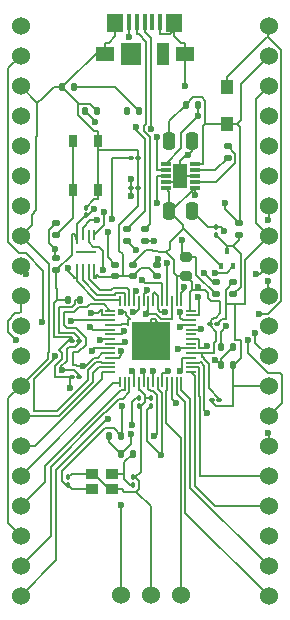
<source format=gbr>
%TF.GenerationSoftware,KiCad,Pcbnew,8.0.7*%
%TF.CreationDate,2025-02-02T23:02:36+05:30*%
%TF.ProjectId,my-template,6d792d74-656d-4706-9c61-74652e6b6963,rev?*%
%TF.SameCoordinates,Original*%
%TF.FileFunction,Copper,L1,Top*%
%TF.FilePolarity,Positive*%
%FSLAX46Y46*%
G04 Gerber Fmt 4.6, Leading zero omitted, Abs format (unit mm)*
G04 Created by KiCad (PCBNEW 8.0.7) date 2025-02-02 23:02:36*
%MOMM*%
%LPD*%
G01*
G04 APERTURE LIST*
G04 Aperture macros list*
%AMRoundRect*
0 Rectangle with rounded corners*
0 $1 Rounding radius*
0 $2 $3 $4 $5 $6 $7 $8 $9 X,Y pos of 4 corners*
0 Add a 4 corners polygon primitive as box body*
4,1,4,$2,$3,$4,$5,$6,$7,$8,$9,$2,$3,0*
0 Add four circle primitives for the rounded corners*
1,1,$1+$1,$2,$3*
1,1,$1+$1,$4,$5*
1,1,$1+$1,$6,$7*
1,1,$1+$1,$8,$9*
0 Add four rect primitives between the rounded corners*
20,1,$1+$1,$2,$3,$4,$5,0*
20,1,$1+$1,$4,$5,$6,$7,0*
20,1,$1+$1,$6,$7,$8,$9,0*
20,1,$1+$1,$8,$9,$2,$3,0*%
G04 Aperture macros list end*
%TA.AperFunction,ComponentPad*%
%ADD10C,1.524000*%
%TD*%
%TA.AperFunction,SMDPad,CuDef*%
%ADD11RoundRect,0.147500X0.172500X-0.147500X0.172500X0.147500X-0.172500X0.147500X-0.172500X-0.147500X0*%
%TD*%
%TA.AperFunction,SMDPad,CuDef*%
%ADD12R,1.092200X1.143000*%
%TD*%
%TA.AperFunction,SMDPad,CuDef*%
%ADD13RoundRect,0.135000X-0.185000X0.135000X-0.185000X-0.135000X0.185000X-0.135000X0.185000X0.135000X0*%
%TD*%
%TA.AperFunction,SMDPad,CuDef*%
%ADD14R,0.812800X0.177800*%
%TD*%
%TA.AperFunction,SMDPad,CuDef*%
%ADD15R,0.177800X0.812800*%
%TD*%
%TA.AperFunction,SMDPad,CuDef*%
%ADD16R,3.200400X3.200400*%
%TD*%
%TA.AperFunction,SMDPad,CuDef*%
%ADD17RoundRect,0.135000X0.185000X-0.135000X0.185000X0.135000X-0.185000X0.135000X-0.185000X-0.135000X0*%
%TD*%
%TA.AperFunction,SMDPad,CuDef*%
%ADD18RoundRect,0.135000X-0.135000X-0.185000X0.135000X-0.185000X0.135000X0.185000X-0.135000X0.185000X0*%
%TD*%
%TA.AperFunction,SMDPad,CuDef*%
%ADD19RoundRect,0.200000X-0.275000X0.200000X-0.275000X-0.200000X0.275000X-0.200000X0.275000X0.200000X0*%
%TD*%
%TA.AperFunction,SMDPad,CuDef*%
%ADD20R,0.850000X0.300000*%
%TD*%
%TA.AperFunction,SMDPad,CuDef*%
%ADD21R,1.200000X2.000000*%
%TD*%
%TA.AperFunction,SMDPad,CuDef*%
%ADD22RoundRect,0.100000X-0.130000X-0.100000X0.130000X-0.100000X0.130000X0.100000X-0.130000X0.100000X0*%
%TD*%
%TA.AperFunction,SMDPad,CuDef*%
%ADD23RoundRect,0.100000X0.130000X0.100000X-0.130000X0.100000X-0.130000X-0.100000X0.130000X-0.100000X0*%
%TD*%
%TA.AperFunction,SMDPad,CuDef*%
%ADD24RoundRect,0.140000X-0.170000X0.140000X-0.170000X-0.140000X0.170000X-0.140000X0.170000X0.140000X0*%
%TD*%
%TA.AperFunction,SMDPad,CuDef*%
%ADD25RoundRect,0.100000X0.100000X-0.130000X0.100000X0.130000X-0.100000X0.130000X-0.100000X-0.130000X0*%
%TD*%
%TA.AperFunction,SMDPad,CuDef*%
%ADD26RoundRect,0.100000X-0.100000X0.130000X-0.100000X-0.130000X0.100000X-0.130000X0.100000X0.130000X0*%
%TD*%
%TA.AperFunction,SMDPad,CuDef*%
%ADD27RoundRect,0.100000X-0.100000X0.155000X-0.100000X-0.155000X0.100000X-0.155000X0.100000X0.155000X0*%
%TD*%
%TA.AperFunction,SMDPad,CuDef*%
%ADD28RoundRect,0.250000X-0.250000X-0.475000X0.250000X-0.475000X0.250000X0.475000X-0.250000X0.475000X0*%
%TD*%
%TA.AperFunction,SMDPad,CuDef*%
%ADD29R,0.254000X0.812800*%
%TD*%
%TA.AperFunction,SMDPad,CuDef*%
%ADD30R,1.651000X0.254000*%
%TD*%
%TA.AperFunction,SMDPad,CuDef*%
%ADD31RoundRect,0.140000X-0.140000X-0.170000X0.140000X-0.170000X0.140000X0.170000X-0.140000X0.170000X0*%
%TD*%
%TA.AperFunction,SMDPad,CuDef*%
%ADD32R,0.650000X1.050000*%
%TD*%
%TA.AperFunction,SMDPad,CuDef*%
%ADD33R,0.450000X1.380000*%
%TD*%
%TA.AperFunction,SMDPad,CuDef*%
%ADD34R,1.425000X1.550000*%
%TD*%
%TA.AperFunction,SMDPad,CuDef*%
%ADD35R,1.650000X1.300000*%
%TD*%
%TA.AperFunction,SMDPad,CuDef*%
%ADD36R,1.800000X1.900000*%
%TD*%
%TA.AperFunction,SMDPad,CuDef*%
%ADD37R,1.000000X1.900000*%
%TD*%
%TA.AperFunction,SMDPad,CuDef*%
%ADD38R,1.100000X0.900000*%
%TD*%
%TA.AperFunction,SMDPad,CuDef*%
%ADD39RoundRect,0.147500X-0.147500X-0.172500X0.147500X-0.172500X0.147500X0.172500X-0.147500X0.172500X0*%
%TD*%
%TA.AperFunction,ViaPad*%
%ADD40C,0.600000*%
%TD*%
%TA.AperFunction,Conductor*%
%ADD41C,0.200000*%
%TD*%
%TA.AperFunction,Conductor*%
%ADD42C,0.177600*%
%TD*%
%ADD43C,0.300000*%
%ADD44C,0.350000*%
G04 APERTURE END LIST*
D10*
%TO.P,J2,1,Pin_1*%
%TO.N,/GPIO16*%
X236500000Y-128080000D03*
%TO.P,J2,2,Pin_2*%
%TO.N,/GPIO17*%
X236500000Y-125540000D03*
%TO.P,J2,3,Pin_3*%
%TO.N,GND*%
X236500000Y-123000000D03*
%TO.P,J2,4,Pin_4*%
%TO.N,/GPIO18*%
X236500000Y-120460000D03*
%TO.P,J2,5,Pin_5*%
%TO.N,/GPIO19*%
X236500000Y-117920000D03*
%TO.P,J2,6,Pin_6*%
%TO.N,/GPIO20*%
X236500000Y-115380000D03*
%TO.P,J2,7,Pin_7*%
%TO.N,/GPIO21*%
X236500000Y-112840000D03*
%TO.P,J2,8,Pin_8*%
%TO.N,GND*%
X236500000Y-110300000D03*
%TO.P,J2,9,Pin_9*%
%TO.N,/GPIO22*%
X236500000Y-107760000D03*
%TO.P,J2,10,Pin_10*%
%TO.N,/RUN*%
X236500000Y-105220000D03*
%TO.P,J2,11,Pin_11*%
%TO.N,/GPIO26_ADC0*%
X236500000Y-102680000D03*
%TO.P,J2,12,Pin_12*%
%TO.N,/GPIO27_ADC1*%
X236500000Y-100140000D03*
%TO.P,J2,13,Pin_13*%
%TO.N,GND*%
X236500000Y-97600000D03*
%TO.P,J2,14,Pin_14*%
%TO.N,/GPIO28_ADC2*%
X236500000Y-95060000D03*
%TO.P,J2,15,Pin_15*%
%TO.N,/ADC_VREF*%
X236500000Y-92520000D03*
%TO.P,J2,16,Pin_16*%
%TO.N,+3V3*%
X236500000Y-89980000D03*
%TO.P,J2,17,Pin_17*%
%TO.N,/3V3_EN*%
X236500000Y-87440000D03*
%TO.P,J2,18,Pin_18*%
%TO.N,GND*%
X236500000Y-84900000D03*
%TO.P,J2,19,Pin_19*%
%TO.N,VSYS*%
X236500000Y-82360000D03*
%TO.P,J2,20,Pin_20*%
%TO.N,VBUS*%
X236500000Y-79820000D03*
%TD*%
D11*
%TO.P,L1,1,1*%
%TO.N,Net-(U2-LX1)*%
X233015000Y-90970000D03*
%TO.P,L1,2,2*%
%TO.N,Net-(U2-LX2)*%
X233015000Y-90000000D03*
%TD*%
D12*
%TO.P,D1,1*%
%TO.N,VSYS*%
X233000000Y-88073400D03*
%TO.P,D1,2*%
%TO.N,VBUS*%
X233000000Y-85000000D03*
%TD*%
D13*
%TO.P,R12,1*%
%TO.N,/USB_DM*%
X225990000Y-96990000D03*
%TO.P,R12,2*%
%TO.N,/USB_DMX*%
X225990000Y-98010000D03*
%TD*%
D10*
%TO.P,J4,1,Pin_1*%
%TO.N,/GPIO0*%
X215500000Y-79780000D03*
%TO.P,J4,2,Pin_2*%
%TO.N,/GPIO1*%
X215500000Y-82320000D03*
%TO.P,J4,3,Pin_3*%
%TO.N,GND*%
X215500000Y-84860000D03*
%TO.P,J4,4,Pin_4*%
%TO.N,/GPIO2*%
X215500000Y-87400000D03*
%TO.P,J4,5,Pin_5*%
%TO.N,/GPIO3*%
X215500000Y-89940000D03*
%TO.P,J4,6,Pin_6*%
%TO.N,/GPIO4*%
X215500000Y-92480000D03*
%TO.P,J4,7,Pin_7*%
%TO.N,/GPIO5*%
X215500000Y-95020000D03*
%TO.P,J4,8,Pin_8*%
%TO.N,GND*%
X215500000Y-97560000D03*
%TO.P,J4,9,Pin_9*%
%TO.N,/GPIO6*%
X215500000Y-100100000D03*
%TO.P,J4,10,Pin_10*%
%TO.N,/GPIO7*%
X215500000Y-102640000D03*
%TO.P,J4,11,Pin_11*%
%TO.N,/GPIO8*%
X215500000Y-105180000D03*
%TO.P,J4,12,Pin_12*%
%TO.N,/GPIO9*%
X215500000Y-107720000D03*
%TO.P,J4,13,Pin_13*%
%TO.N,GND*%
X215500000Y-110260000D03*
%TO.P,J4,14,Pin_14*%
%TO.N,/GPIO10*%
X215500000Y-112800000D03*
%TO.P,J4,15,Pin_15*%
%TO.N,/GPOI11*%
X215500000Y-115340000D03*
%TO.P,J4,16,Pin_16*%
%TO.N,/GPIO12*%
X215500000Y-117880000D03*
%TO.P,J4,17,Pin_17*%
%TO.N,/GPIO13*%
X215500000Y-120420000D03*
%TO.P,J4,18,Pin_18*%
%TO.N,GND*%
X215500000Y-122960000D03*
%TO.P,J4,19,Pin_19*%
%TO.N,/GPIO14*%
X215500000Y-125500000D03*
%TO.P,J4,20,Pin_20*%
%TO.N,/GPIO15*%
X215500000Y-128040000D03*
%TD*%
D14*
%TO.P,U3,1,IOVDD*%
%TO.N,+3V3*%
X223096400Y-103900000D03*
%TO.P,U3,2,GPIO0*%
%TO.N,/GPIO0*%
X223096400Y-104299999D03*
%TO.P,U3,3,GPIO1*%
%TO.N,/GPIO1*%
X223096400Y-104700001D03*
%TO.P,U3,4,GPIO2*%
%TO.N,/GPIO2*%
X223096400Y-105100000D03*
%TO.P,U3,5,GPIO3*%
%TO.N,/GPIO3*%
X223096400Y-105499999D03*
%TO.P,U3,6,GPIO4*%
%TO.N,/GPIO4*%
X223096400Y-105900001D03*
%TO.P,U3,7,GPIO5*%
%TO.N,/GPIO5*%
X223096400Y-106300000D03*
%TO.P,U3,8,GPIO6*%
%TO.N,/GPIO6*%
X223096400Y-106700000D03*
%TO.P,U3,9,GPIO7*%
%TO.N,/GPIO7*%
X223096400Y-107099999D03*
%TO.P,U3,10,IOVDD*%
%TO.N,+3V3*%
X223096400Y-107500001D03*
%TO.P,U3,11,GPIO8*%
%TO.N,/GPIO8*%
X223096400Y-107900000D03*
%TO.P,U3,12,GPIO9*%
%TO.N,/GPIO9*%
X223096400Y-108299999D03*
%TO.P,U3,13,GPIO10*%
%TO.N,/GPIO10*%
X223096400Y-108700001D03*
%TO.P,U3,14,GPIO11*%
%TO.N,/GPOI11*%
X223096400Y-109100000D03*
D15*
%TO.P,U3,15,GPIO12*%
%TO.N,/GPIO12*%
X223900000Y-109903600D03*
%TO.P,U3,16,GPIO13*%
%TO.N,/GPIO13*%
X224299999Y-109903600D03*
%TO.P,U3,17,GPIO14*%
%TO.N,/GPIO14*%
X224700001Y-109903600D03*
%TO.P,U3,18,GPIO15*%
%TO.N,/GPIO15*%
X225100000Y-109903600D03*
%TO.P,U3,19,TESTEN*%
%TO.N,GND*%
X225499999Y-109903600D03*
%TO.P,U3,20,XIN*%
%TO.N,/XIN*%
X225900001Y-109903600D03*
%TO.P,U3,21,XOUT*%
%TO.N,/XOUT*%
X226300000Y-109903600D03*
%TO.P,U3,22,IOVDD*%
%TO.N,+3V3*%
X226700000Y-109903600D03*
%TO.P,U3,23,DVDD*%
%TO.N,+1V1*%
X227099999Y-109903600D03*
%TO.P,U3,24,SWCLK*%
%TO.N,/SWCLK*%
X227500001Y-109903600D03*
%TO.P,U3,25,SWDIO*%
%TO.N,/SWDIO*%
X227900000Y-109903600D03*
%TO.P,U3,26,RUN*%
%TO.N,/RUN*%
X228299999Y-109903600D03*
%TO.P,U3,27,GPIO16*%
%TO.N,/GPIO16*%
X228700001Y-109903600D03*
%TO.P,U3,28,GPIO17*%
%TO.N,/GPIO17*%
X229100000Y-109903600D03*
D14*
%TO.P,U3,29,GPIO18*%
%TO.N,/GPIO18*%
X229903600Y-109100000D03*
%TO.P,U3,30,GPIO19*%
%TO.N,/GPIO19*%
X229903600Y-108700001D03*
%TO.P,U3,31,GPIO20*%
%TO.N,/GPIO20*%
X229903600Y-108299999D03*
%TO.P,U3,32,GPIO21*%
%TO.N,/GPIO21*%
X229903600Y-107900000D03*
%TO.P,U3,33,IOVDD*%
%TO.N,+3V3*%
X229903600Y-107500001D03*
%TO.P,U3,34,GPIO22*%
%TO.N,/GPIO22*%
X229903600Y-107099999D03*
%TO.P,U3,35,GPIO23*%
%TO.N,/GPIO23*%
X229903600Y-106700000D03*
%TO.P,U3,36,GPIO24*%
%TO.N,/GPIO24*%
X229903600Y-106300000D03*
%TO.P,U3,37,GPIO25*%
%TO.N,/GPIO25*%
X229903600Y-105900001D03*
%TO.P,U3,38,GPIO26/ADC0*%
%TO.N,/GPIO26_ADC0*%
X229903600Y-105499999D03*
%TO.P,U3,39,GPIO27/ADC1*%
%TO.N,/GPIO27_ADC1*%
X229903600Y-105100000D03*
%TO.P,U3,40,GPIO28/ADC2*%
%TO.N,/GPIO28_ADC2*%
X229903600Y-104700001D03*
%TO.P,U3,41,GPIO29/ADC3*%
%TO.N,/GPIO29_ADC3*%
X229903600Y-104299999D03*
%TO.P,U3,42,IOVDD*%
%TO.N,+3V3*%
X229903600Y-103900000D03*
D15*
%TO.P,U3,43,ADC_AVDD*%
%TO.N,/ADC_AVDD*%
X229100000Y-103096400D03*
%TO.P,U3,44,VREG_VIN*%
%TO.N,+3V3*%
X228700001Y-103096400D03*
%TO.P,U3,45,VREG_VOUT*%
%TO.N,+1V1*%
X228299999Y-103096400D03*
%TO.P,U3,46,USB_DM*%
%TO.N,/USB_DMX*%
X227900000Y-103096400D03*
%TO.P,U3,47,USB_DP*%
%TO.N,/USB_DPX*%
X227500001Y-103096400D03*
%TO.P,U3,48,USB_VDD*%
%TO.N,+3V3*%
X227099999Y-103096400D03*
%TO.P,U3,49,IOVDD*%
X226700000Y-103096400D03*
%TO.P,U3,50,DVDD*%
%TO.N,+1V1*%
X226300000Y-103096400D03*
%TO.P,U3,51,SQPI_SD3*%
%TO.N,/SQPI_SD3*%
X225900001Y-103096400D03*
%TO.P,U3,52,SQPI_SCLK*%
%TO.N,/SQPI_SCLK*%
X225499999Y-103096400D03*
%TO.P,U3,53,SQPI_SD0*%
%TO.N,/SQPI_SD0*%
X225100000Y-103096400D03*
%TO.P,U3,54,SQPI_SD2*%
%TO.N,/SQPI_SD2*%
X224700001Y-103096400D03*
%TO.P,U3,55,SQPI_SD1*%
%TO.N,/SQPI_SD1*%
X224299999Y-103096400D03*
%TO.P,U3,56,SQPI_SS_N*%
%TO.N,/SQPI_SS_N*%
X223900000Y-103096400D03*
D16*
%TO.P,U3,57,GND*%
%TO.N,GND*%
X226500000Y-106500000D03*
%TD*%
D17*
%TO.P,R7,1*%
%TO.N,Net-(Q1-D)*%
X234000000Y-97510000D03*
%TO.P,R7,2*%
%TO.N,VSYS*%
X234000000Y-96490000D03*
%TD*%
D18*
%TO.P,R5,1*%
%TO.N,VSYS*%
X229480000Y-86500000D03*
%TO.P,R5,2*%
%TO.N,/3V3_EN*%
X230500000Y-86500000D03*
%TD*%
D19*
%TO.P,R9,1*%
%TO.N,/ADC_VREF*%
X229500000Y-99350000D03*
%TO.P,R9,2*%
%TO.N,+3V3*%
X229500000Y-101000000D03*
%TD*%
D20*
%TO.P,U2,1,VOUT*%
%TO.N,+3V3*%
X230225000Y-93500000D03*
%TO.P,U2,2,LX2*%
%TO.N,Net-(U2-LX2)*%
X230225000Y-93000000D03*
%TO.P,U2,3,GND*%
%TO.N,GND*%
X230225000Y-92500000D03*
%TO.P,U2,4,LX1*%
%TO.N,Net-(U2-LX1)*%
X230225000Y-92000000D03*
%TO.P,U2,5,VIN*%
%TO.N,VSYS*%
X230225000Y-91500000D03*
%TO.P,U2,6,EN*%
%TO.N,/3V3_EN*%
X227775000Y-91500000D03*
%TO.P,U2,7,PS*%
%TO.N,/GPIO23*%
X227775000Y-92000000D03*
%TO.P,U2,8,VINA*%
%TO.N,VSYS*%
X227775000Y-92500000D03*
%TO.P,U2,9,GND__1*%
%TO.N,GND*%
X227775000Y-93000000D03*
%TO.P,U2,10,FB*%
%TO.N,+3V3*%
X227775000Y-93500000D03*
D21*
%TO.P,U2,11,EXP*%
%TO.N,GND*%
X229000000Y-92500000D03*
%TD*%
D22*
%TO.P,C7,1*%
%TO.N,+1V1*%
X224835000Y-91000000D03*
%TO.P,C7,2*%
%TO.N,GND*%
X225475000Y-91000000D03*
%TD*%
%TO.P,C11,1*%
%TO.N,+3V3*%
X231525000Y-105000000D03*
%TO.P,C11,2*%
%TO.N,GND*%
X232165000Y-105000000D03*
%TD*%
D23*
%TO.P,C12,1*%
%TO.N,+3V3*%
X232320000Y-111500000D03*
%TO.P,C12,2*%
%TO.N,GND*%
X231680000Y-111500000D03*
%TD*%
D24*
%TO.P,C8,1*%
%TO.N,+1V1*%
X223500000Y-100000000D03*
%TO.P,C8,2*%
%TO.N,GND*%
X223500000Y-100960000D03*
%TD*%
D22*
%TO.P,C14,2*%
%TO.N,GND*%
X220475000Y-106500000D03*
%TO.P,C14,1*%
%TO.N,+3V3*%
X219835000Y-106500000D03*
%TD*%
D25*
%TO.P,C13,1*%
%TO.N,/XIN*%
X219500000Y-118665000D03*
%TO.P,C13,2*%
%TO.N,GND*%
X219500000Y-118025000D03*
%TD*%
D26*
%TO.P,C15,1*%
%TO.N,+3V3*%
X225500000Y-111335000D03*
%TO.P,C15,2*%
%TO.N,GND*%
X225500000Y-111975000D03*
%TD*%
D17*
%TO.P,R10,1*%
%TO.N,/ADC_VREF*%
X232000000Y-102500000D03*
%TO.P,R10,2*%
%TO.N,/ADC_AVDD*%
X232000000Y-101480000D03*
%TD*%
D13*
%TO.P,R11,1*%
%TO.N,/USB_DP*%
X224500000Y-97000000D03*
%TO.P,R11,2*%
%TO.N,/USB_DPX*%
X224500000Y-98020000D03*
%TD*%
D25*
%TO.P,C3,1*%
%TO.N,+3V3*%
X221000000Y-95820000D03*
%TO.P,C3,2*%
%TO.N,GND*%
X221000000Y-95180000D03*
%TD*%
D17*
%TO.P,R2,1*%
%TO.N,Net-(R2-Pad1)*%
X218500000Y-97500000D03*
%TO.P,R2,2*%
%TO.N,/SQPI_SS_N*%
X218500000Y-96480000D03*
%TD*%
D18*
%TO.P,R3,1*%
%TO.N,VBUS*%
X232480000Y-107000000D03*
%TO.P,R3,2*%
%TO.N,/GPIO24*%
X233500000Y-107000000D03*
%TD*%
D27*
%TO.P,Q1,1,G*%
%TO.N,+3V3*%
X232500000Y-100145000D03*
%TO.P,Q1,2,S*%
%TO.N,/GPIO29_ADC3*%
X233500000Y-100145000D03*
%TO.P,Q1,3,D*%
%TO.N,Net-(Q1-D)*%
X233000000Y-98855000D03*
%TD*%
D24*
%TO.P,C9,1*%
%TO.N,/ADC_AVDD*%
X227020000Y-100040000D03*
%TO.P,C9,2*%
%TO.N,GND*%
X227020000Y-101000000D03*
%TD*%
D18*
%TO.P,R13,1*%
%TO.N,/GPIO25*%
X224480000Y-87000000D03*
%TO.P,R13,2*%
%TO.N,Net-(D2-A)*%
X225500000Y-87000000D03*
%TD*%
%TO.P,R4,1*%
%TO.N,/GPIO24*%
X232480000Y-108500000D03*
%TO.P,R4,2*%
%TO.N,GND*%
X233500000Y-108500000D03*
%TD*%
D22*
%TO.P,C10,1*%
%TO.N,+3V3*%
X224835000Y-93500000D03*
%TO.P,C10,2*%
%TO.N,GND*%
X225475000Y-93500000D03*
%TD*%
D25*
%TO.P,C18,1*%
%TO.N,+1V1*%
X226500000Y-111975000D03*
%TO.P,C18,2*%
%TO.N,GND*%
X226500000Y-111335000D03*
%TD*%
D18*
%TO.P,R14,1*%
%TO.N,/XOUT*%
X223000000Y-114500000D03*
%TO.P,R14,2*%
%TO.N,/XIN*%
X224020000Y-114500000D03*
%TD*%
D28*
%TO.P,C1,1*%
%TO.N,VSYS*%
X228100000Y-89500000D03*
%TO.P,C1,2*%
%TO.N,GND*%
X230000000Y-89500000D03*
%TD*%
D29*
%TO.P,U1,1,/CS*%
%TO.N,/SQPI_SS_N*%
X220249999Y-100395600D03*
%TO.P,U1,2,DO(IO1)*%
%TO.N,/SQPI_SD1*%
X220750000Y-100395600D03*
%TO.P,U1,3,/WP(IO2)*%
%TO.N,/SQPI_SD2*%
X221250000Y-100395600D03*
%TO.P,U1,4,GND*%
%TO.N,GND*%
X221750001Y-100395600D03*
%TO.P,U1,5,DI(IO0)*%
%TO.N,/SQPI_SD0*%
X221750001Y-97500000D03*
%TO.P,U1,6,CLK*%
%TO.N,/SQPI_SCLK*%
X221250000Y-97500000D03*
%TO.P,U1,7,/HOLDOR/RESET(IO3)*%
%TO.N,/SQPI_SD3*%
X220750000Y-97500000D03*
%TO.P,U1,8,VCC*%
%TO.N,+3V3*%
X220249999Y-97500000D03*
D30*
%TO.P,U1,9,EPAD*%
%TO.N,unconnected-(U1-EPAD-Pad9)*%
X221000000Y-98947800D03*
%TD*%
D28*
%TO.P,C5,1*%
%TO.N,+3V3*%
X228100000Y-95500000D03*
%TO.P,C5,2*%
%TO.N,GND*%
X230000000Y-95500000D03*
%TD*%
D17*
%TO.P,R8,1*%
%TO.N,Net-(Q1-D)*%
X233500000Y-102520000D03*
%TO.P,R8,2*%
%TO.N,GND*%
X233500000Y-101500000D03*
%TD*%
D31*
%TO.P,C4,1*%
%TO.N,+3V3*%
X219540000Y-103000000D03*
%TO.P,C4,2*%
%TO.N,GND*%
X220500000Y-103000000D03*
%TD*%
D25*
%TO.P,C17,1*%
%TO.N,/XR*%
X225000000Y-118665000D03*
%TO.P,C17,2*%
%TO.N,GND*%
X225000000Y-118025000D03*
%TD*%
%TO.P,C2,1*%
%TO.N,Net-(Q1-D)*%
X232000000Y-97475000D03*
%TO.P,C2,2*%
%TO.N,GND*%
X232000000Y-96835000D03*
%TD*%
D32*
%TO.P,SW1,1*%
%TO.N,Net-(R2-Pad1)*%
X219925000Y-89500000D03*
%TO.P,SW1,2*%
X219925000Y-93650000D03*
%TO.P,SW1,3*%
%TO.N,GND*%
X222075000Y-89500000D03*
%TO.P,SW1,4*%
X222075000Y-93650000D03*
%TD*%
D10*
%TO.P,J3,1,Pin_1*%
%TO.N,/SWCLK*%
X223960000Y-128000000D03*
%TO.P,J3,2,Pin_2*%
%TO.N,GND*%
X226500000Y-128000000D03*
%TO.P,J3,3,Pin_3*%
%TO.N,/SWDIO*%
X229040000Y-128000000D03*
%TD*%
D33*
%TO.P,J1,1,VBUS*%
%TO.N,VBUS*%
X224700000Y-79500000D03*
%TO.P,J1,2,D-*%
%TO.N,/USB_DM*%
X225350000Y-79500000D03*
%TO.P,J1,3,D+*%
%TO.N,/USB_DP*%
X226000000Y-79500000D03*
%TO.P,J1,4,ID*%
%TO.N,unconnected-(J1-ID-Pad4)*%
X226650000Y-79500000D03*
%TO.P,J1,5,GND*%
%TO.N,GND*%
X227300000Y-79500000D03*
D34*
%TO.P,J1,S1,SHIELD*%
X223512500Y-79585000D03*
%TO.P,J1,S2,SHIELD__1*%
X228487500Y-79585000D03*
D35*
%TO.P,J1,S3,SHIELD__2*%
X222625000Y-82160000D03*
D36*
%TO.P,J1,S4,SHIELD__3*%
%TO.N,unconnected-(J1-SHIELD__3-PadS4)*%
X224850000Y-82160000D03*
D37*
%TO.P,J1,S5,SHIELD__4*%
%TO.N,unconnected-(J1-SHIELD__4-PadS5)*%
X227550000Y-82160000D03*
D35*
%TO.P,J1,S6,SHIELD__5*%
%TO.N,GND*%
X229375000Y-82160000D03*
%TD*%
D38*
%TO.P,X1,1,1*%
%TO.N,/XIN*%
X221500000Y-119000000D03*
%TO.P,X1,2,2*%
%TO.N,GND*%
X223200000Y-119000000D03*
%TO.P,X1,3,3*%
%TO.N,/XR*%
X223200000Y-117700000D03*
%TO.P,X1,4,4*%
%TO.N,GND*%
X221500000Y-117700000D03*
%TD*%
D22*
%TO.P,C16,1*%
%TO.N,+3V3*%
X219835000Y-109500000D03*
%TO.P,C16,2*%
%TO.N,GND*%
X220475000Y-109500000D03*
%TD*%
D17*
%TO.P,R1,1*%
%TO.N,+3V3*%
X218500000Y-100500000D03*
%TO.P,R1,2*%
%TO.N,/SQPI_SS_N*%
X218500000Y-99480000D03*
%TD*%
D18*
%TO.P,R15,1*%
%TO.N,/XOUT*%
X224000000Y-116000000D03*
%TO.P,R15,2*%
%TO.N,/XR*%
X225020000Y-116000000D03*
%TD*%
D39*
%TO.P,D2,1,K*%
%TO.N,GND*%
X219030000Y-85000000D03*
%TO.P,D2,2,A*%
%TO.N,Net-(D2-A)*%
X220000000Y-85000000D03*
%TD*%
D18*
%TO.P,R6,1*%
%TO.N,/GPIO23*%
X220980000Y-87000000D03*
%TO.P,R6,2*%
%TO.N,GND*%
X222000000Y-87000000D03*
%TD*%
D24*
%TO.P,C6,2*%
%TO.N,GND*%
X225020000Y-100980000D03*
%TO.P,C6,1*%
%TO.N,+3V3*%
X225020000Y-100020000D03*
%TD*%
D40*
%TO.N,+3V3*%
X230513470Y-101862000D03*
X227699999Y-103996934D03*
%TO.N,/GPIO1*%
X219801999Y-104772000D03*
X217332000Y-104902000D03*
%TO.N,/GPIO27_ADC1*%
X235458000Y-100838000D03*
X228957025Y-105305505D03*
%TO.N,/GPIO6*%
X224321999Y-106590278D03*
X215963700Y-100838000D03*
%TO.N,/GPIO7*%
X221501503Y-107320959D03*
X215138000Y-106426000D03*
%TO.N,/GPIO28_ADC2*%
X228993152Y-104002480D03*
X236474000Y-96266000D03*
%TO.N,/GPIO21*%
X234721352Y-106412028D03*
X228997432Y-108995816D03*
%TO.N,/GPIO24*%
X231980956Y-108100282D03*
X231301999Y-106905500D03*
%TO.N,/USB_DPX*%
X225806000Y-101346000D03*
X225283085Y-98791085D03*
%TO.N,/SQPI_SD3*%
X226174563Y-102191337D03*
X221964200Y-96266000D03*
%TO.N,/SQPI_SCLK*%
X225044000Y-104002802D03*
X222507373Y-100419900D03*
%TO.N,/SQPI_SD0*%
X222564200Y-95564200D03*
X225305500Y-102201277D03*
%TO.N,VSYS*%
X227048300Y-94778400D03*
X232829500Y-94778400D03*
%TO.N,GND*%
X219040000Y-108900000D03*
X229375000Y-84900000D03*
X232713900Y-97116400D03*
X229663500Y-90741600D03*
X226914000Y-106500000D03*
%TO.N,+3V3*%
X224960700Y-113583500D03*
X226700000Y-108984400D03*
X230225000Y-94151800D03*
X219672300Y-110419200D03*
X224835000Y-94219500D03*
X221712600Y-95335200D03*
X224835000Y-92789400D03*
%TO.N,+1V1*%
X222863100Y-97264400D03*
X227380985Y-116128985D03*
X223264300Y-96164200D03*
X226089527Y-104160478D03*
%TO.N,/ADC_AVDD*%
X229362800Y-101904300D03*
X231048800Y-100675300D03*
X227104395Y-99563909D03*
%TO.N,/XIN*%
X224077300Y-111951400D03*
X225871000Y-108977000D03*
%TO.N,VBUS*%
X235712000Y-104158000D03*
X224700000Y-80700000D03*
X232916100Y-105241300D03*
%TO.N,/USB_DP*%
X225288400Y-88334400D03*
X226575900Y-88514000D03*
%TO.N,/GPIO4*%
X224282000Y-105664000D03*
%TO.N,/GPIO20*%
X231256000Y-112550300D03*
X236474000Y-114300000D03*
%TO.N,/GPIO8*%
X223996254Y-107320959D03*
%TO.N,/GPIO9*%
X218400400Y-107748600D03*
%TO.N,/GPIO22*%
X235356159Y-105827011D03*
X228854000Y-107188000D03*
%TO.N,/GPIO26_ADC0*%
X230747080Y-105431722D03*
X236472799Y-101401709D03*
%TO.N,/GPIO2*%
X224002605Y-104002923D03*
%TO.N,/GPIO5*%
X222250425Y-106372824D03*
%TO.N,/GPIO15*%
X222925300Y-113090900D03*
X224889700Y-108985200D03*
%TO.N,/ADC_VREF*%
X229137000Y-97956200D03*
%TO.N,/GPIO0*%
X221468590Y-104095420D03*
%TO.N,/3V3_EN*%
X230500000Y-87440000D03*
%TO.N,/GPIO3*%
X221409637Y-105313321D03*
%TO.N,/RUN*%
X228621700Y-111693100D03*
%TO.N,/SWCLK*%
X227995100Y-108997198D03*
X223960000Y-120398500D03*
%TO.N,/GPIO29_ADC3*%
X230481900Y-102742100D03*
X231924300Y-100702100D03*
%TO.N,/GPIO23*%
X221811500Y-87939600D03*
X227048300Y-89194900D03*
%TO.N,/USB_DMX*%
X226825700Y-98010000D03*
X227853800Y-99843900D03*
%TO.N,/XOUT*%
X224809800Y-114385300D03*
X226795100Y-114554000D03*
%TO.N,/SQPI_SS_N*%
X218370600Y-98651000D03*
X219539800Y-100311500D03*
%TO.N,+3V3*%
X220750112Y-108561592D03*
%TD*%
D41*
%TO.N,VBUS*%
X237532000Y-81816200D02*
X236458100Y-80742300D01*
X237532000Y-103107469D02*
X237532000Y-81816200D01*
X236481469Y-104158000D02*
X237532000Y-103107469D01*
X235712000Y-104158000D02*
X236481469Y-104158000D01*
%TO.N,/GPIO20*%
X236500000Y-114326000D02*
X236500000Y-115380000D01*
X236474000Y-114300000D02*
X236500000Y-114326000D01*
%TO.N,+3V3*%
X232080000Y-105713456D02*
X231525000Y-105158456D01*
X231525000Y-105158456D02*
X231525000Y-105000000D01*
X231910000Y-106631076D02*
X232080000Y-106461076D01*
X231910000Y-107500282D02*
X231910000Y-106631076D01*
X231375738Y-107505500D02*
X231380956Y-107500282D01*
X231380956Y-107500282D02*
X231910000Y-107500282D01*
X230862300Y-107505500D02*
X231375738Y-107505500D01*
X232080000Y-106461076D02*
X232080000Y-105713456D01*
X230489000Y-107505500D02*
X230862300Y-107505500D01*
X232320000Y-111341544D02*
X232320000Y-111500000D01*
X231451000Y-110472544D02*
X232320000Y-111341544D01*
X231145100Y-108075715D02*
X231451000Y-108381614D01*
X231451000Y-108381614D02*
X231451000Y-110472544D01*
X230862300Y-107505500D02*
X230862300Y-107841400D01*
X230910786Y-107841400D02*
X231145100Y-108075715D01*
%TO.N,/GPIO24*%
X230598900Y-106300000D02*
X229903600Y-106300000D01*
X230610000Y-107105500D02*
X230610000Y-106311100D01*
X231101999Y-107105500D02*
X230610000Y-107105500D01*
X231301999Y-106905500D02*
X231101999Y-107105500D01*
X230610000Y-106311100D02*
X230598900Y-106300000D01*
%TO.N,+3V3*%
X230513470Y-102006630D02*
X230378000Y-102142100D01*
X230513470Y-101862000D02*
X230513470Y-102006630D01*
X231076414Y-102142100D02*
X230378000Y-102142100D01*
X230378000Y-102142100D02*
X230036200Y-102142100D01*
X227331905Y-103996934D02*
X227699999Y-103996934D01*
X227099999Y-103765028D02*
X227331905Y-103996934D01*
X227099999Y-103096400D02*
X227099999Y-103765028D01*
%TO.N,/GPIO28_ADC2*%
X228993152Y-104484851D02*
X229208302Y-104700001D01*
X229208302Y-104700001D02*
X229903600Y-104700001D01*
X228993152Y-104002480D02*
X228993152Y-104484851D01*
%TO.N,+1V1*%
X228299999Y-104599800D02*
X228299999Y-103096400D01*
X227369086Y-104599800D02*
X228299999Y-104599800D01*
X226929764Y-104160478D02*
X227369086Y-104599800D01*
X226089527Y-104160478D02*
X226929764Y-104160478D01*
X226089527Y-104160478D02*
X226089527Y-104014973D01*
X226300000Y-103950005D02*
X226300000Y-103804500D01*
X226089527Y-104160478D02*
X226300000Y-103950005D01*
X226089527Y-104014973D02*
X226300000Y-103804500D01*
%TO.N,+3V3*%
X228762800Y-102152829D02*
X228700001Y-102215628D01*
X228700001Y-102215628D02*
X228700001Y-103096400D01*
X228762800Y-101062800D02*
X228762800Y-102152829D01*
X228700000Y-101000000D02*
X228762800Y-101062800D01*
%TO.N,/USB_DMX*%
X227900001Y-101414315D02*
X227900000Y-103096400D01*
X227900001Y-99890101D02*
X227900001Y-101414315D01*
X227853800Y-99843900D02*
X227900001Y-99890101D01*
%TO.N,/USB_DPX*%
X227500001Y-101580000D02*
X227500001Y-103096400D01*
X226040000Y-101580000D02*
X227500001Y-101580000D01*
X225806000Y-101346000D02*
X226040000Y-101580000D01*
%TO.N,/USB_DP*%
X226040300Y-95459700D02*
X224500000Y-97000000D01*
X226040300Y-89397400D02*
X226040300Y-95459700D01*
X225288400Y-88645500D02*
X226040300Y-89397400D01*
X225288400Y-88334400D02*
X225288400Y-88645500D01*
%TO.N,+1V1*%
X223264300Y-91000000D02*
X223264300Y-96164200D01*
X224835000Y-91000000D02*
X223264300Y-91000000D01*
%TO.N,GND*%
X225475000Y-90347000D02*
X225475000Y-91000000D01*
X222075000Y-90326700D02*
X225454700Y-90326700D01*
X225454700Y-90326700D02*
X225475000Y-90347000D01*
%TO.N,+3V3*%
X222566100Y-103369700D02*
X223096400Y-103900000D01*
X221345781Y-103369700D02*
X222566100Y-103369700D01*
X220266134Y-103775685D02*
X220431820Y-103610000D01*
X220431820Y-103610000D02*
X221105481Y-103610000D01*
X219202000Y-104010000D02*
X220031820Y-104010000D01*
X219202000Y-105156000D02*
X219202000Y-104010000D01*
X219418000Y-105372000D02*
X219202000Y-105156000D01*
X221105481Y-103610000D02*
X221345781Y-103369700D01*
X220166371Y-105372000D02*
X219418000Y-105372000D01*
X221005000Y-106210629D02*
X220166371Y-105372000D01*
X219922000Y-107400000D02*
X220373456Y-107400000D01*
X219922000Y-108500000D02*
X219922000Y-107400000D01*
X220249216Y-108500000D02*
X219922000Y-108500000D01*
X221005000Y-106768456D02*
X221005000Y-106210629D01*
X220310808Y-108561592D02*
X220249216Y-108500000D01*
X220750112Y-108561592D02*
X220310808Y-108561592D01*
X220373456Y-107400000D02*
X221005000Y-106768456D01*
X220031820Y-104010000D02*
X220266134Y-103775685D01*
%TO.N,/SWCLK*%
X227995100Y-108997198D02*
X227796798Y-109195500D01*
X227500000Y-109195500D02*
X227500000Y-109903600D01*
X227796798Y-109195500D02*
X227500000Y-109195500D01*
%TO.N,/GPIO21*%
X229197200Y-108796048D02*
X229197200Y-107911099D01*
X229208299Y-107900000D02*
X229903600Y-107900000D01*
X228997432Y-108995816D02*
X229197200Y-108796048D01*
X229197200Y-107911099D02*
X229208299Y-107900000D01*
%TO.N,/XOUT*%
X227022000Y-111009000D02*
X226720300Y-110707300D01*
X226500000Y-110707300D02*
X226300000Y-110507300D01*
X227022000Y-114327100D02*
X227022000Y-111009000D01*
X226720300Y-110707300D02*
X226500000Y-110707300D01*
X226795100Y-114554000D02*
X227022000Y-114327100D01*
X226300000Y-110507300D02*
X226300000Y-110248500D01*
%TO.N,+1V1*%
X226191600Y-112283400D02*
X226500000Y-111975000D01*
X226191600Y-114939600D02*
X226191600Y-112283400D01*
X227380985Y-116128985D02*
X226191600Y-114939600D01*
X227434800Y-116075170D02*
X227434800Y-110846300D01*
X227380985Y-116128985D02*
X227434800Y-116075170D01*
X227434800Y-110846300D02*
X227110900Y-110522400D01*
%TO.N,/GPIO19*%
X230611700Y-108700000D02*
X229903600Y-108700000D01*
X230654200Y-111170700D02*
X230637400Y-111153900D01*
X230637400Y-111153900D02*
X230637400Y-108725700D01*
X230654200Y-117920000D02*
X230654200Y-111170700D01*
X236500000Y-117920000D02*
X230654200Y-117920000D01*
X230637400Y-108725700D02*
X230611700Y-108700000D01*
%TO.N,/GPIO18*%
X230235700Y-109434000D02*
X229903600Y-109101900D01*
X230252500Y-118726814D02*
X230252500Y-111337000D01*
X231985686Y-120460000D02*
X230252500Y-118726814D01*
X236500000Y-120460000D02*
X231985686Y-120460000D01*
X230252500Y-111337000D02*
X230235700Y-111320200D01*
X230235700Y-111320200D02*
X230235700Y-109434000D01*
%TO.N,GND*%
X233500000Y-110300000D02*
X236500000Y-110300000D01*
X233500000Y-108597100D02*
X233500000Y-110300000D01*
X234148600Y-107948500D02*
X233500000Y-108597100D01*
X233500000Y-112008700D02*
X233500000Y-108500000D01*
X231680000Y-111666700D02*
X232022000Y-112008700D01*
X231680000Y-111500000D02*
X231680000Y-111666700D01*
X232022000Y-112008700D02*
X233500000Y-112008700D01*
%TO.N,/GPIO1*%
X219873998Y-104700001D02*
X219801999Y-104772000D01*
X223096400Y-104700001D02*
X219873998Y-104700001D01*
%TO.N,/GPIO3*%
X221596316Y-105500000D02*
X223096400Y-105500000D01*
X221409637Y-105313321D02*
X221596316Y-105500000D01*
%TO.N,/GPIO5*%
X222312349Y-106310900D02*
X222532400Y-106310900D01*
X222250425Y-106372824D02*
X222312349Y-106310900D01*
%TO.N,/GPIO0*%
X222390000Y-103769700D02*
X222390000Y-104288900D01*
X222374614Y-103769700D02*
X222390000Y-103769700D01*
X222048894Y-104095420D02*
X222374614Y-103769700D01*
X221468590Y-104095420D02*
X222048894Y-104095420D01*
X222390000Y-104288900D02*
X222401100Y-104300000D01*
X222401100Y-104300000D02*
X223096400Y-104300000D01*
%TO.N,GND*%
X220475000Y-106658456D02*
X220475000Y-106500000D01*
X220133456Y-107000000D02*
X220475000Y-106658456D01*
X219572686Y-107000000D02*
X220133456Y-107000000D01*
X219400400Y-108162815D02*
X219400400Y-107172286D01*
X219400400Y-107172286D02*
X219572686Y-107000000D01*
X218851607Y-108711607D02*
X219400400Y-108162815D01*
X219040000Y-108900000D02*
X218851607Y-108711607D01*
X219040000Y-108900000D02*
X220033456Y-108900000D01*
X220033456Y-108900000D02*
X220475000Y-109341544D01*
X220475000Y-109341544D02*
X220475000Y-109500000D01*
%TO.N,+3V3*%
X219000400Y-107500071D02*
X218753665Y-107253335D01*
X218440000Y-108557529D02*
X219000400Y-107997129D01*
X218753665Y-107253335D02*
X219835000Y-106172000D01*
X219835000Y-109500000D02*
X218440000Y-109500000D01*
X218440000Y-109500000D02*
X218440000Y-108557529D01*
X219000400Y-107997129D02*
X219000400Y-107500071D01*
%TO.N,/GPIO9*%
X222388300Y-108300000D02*
X223096400Y-108300000D01*
X222371900Y-108283600D02*
X222388300Y-108300000D01*
X221875600Y-108283600D02*
X222371900Y-108283600D01*
X221194800Y-108964400D02*
X221875600Y-108283600D01*
X221194800Y-109751200D02*
X221194800Y-108964400D01*
X218546000Y-112400000D02*
X221194800Y-109751200D01*
X218400400Y-107748600D02*
X218400400Y-107925286D01*
X216662000Y-109663686D02*
X216662000Y-112400000D01*
X218400400Y-107925286D02*
X216662000Y-109663686D01*
X216662000Y-112400000D02*
X218546000Y-112400000D01*
%TO.N,/GPIO2*%
X224033471Y-105064000D02*
X224008371Y-105089100D01*
X224530529Y-105064000D02*
X224033471Y-105064000D01*
X224555629Y-105089100D02*
X224530529Y-105064000D01*
X224008371Y-105089100D02*
X223803000Y-105089100D01*
X224599800Y-105089100D02*
X224555629Y-105089100D01*
X224599800Y-104599800D02*
X224599800Y-105089100D01*
X224792469Y-104599800D02*
X224599800Y-104599800D01*
X224444000Y-104002923D02*
X224444000Y-104251331D01*
X224002605Y-104002923D02*
X224444000Y-104002923D01*
X224444000Y-104251331D02*
X224792469Y-104599800D01*
%TO.N,/SQPI_SCLK*%
X225288898Y-104002802D02*
X225505500Y-103786200D01*
X225505500Y-103786200D02*
X225505500Y-103096400D01*
X225044000Y-104002802D02*
X225288898Y-104002802D01*
%TO.N,/GPIO1*%
X217424000Y-104902000D02*
X217332000Y-104902000D01*
%TO.N,GND*%
X220475000Y-106246315D02*
X220475000Y-106500000D01*
X220000685Y-105772000D02*
X220475000Y-106246315D01*
X218732000Y-105772000D02*
X220000685Y-105772000D01*
X219866134Y-103610000D02*
X218732000Y-103610000D01*
X220120000Y-103356134D02*
X219866134Y-103610000D01*
X220120000Y-103000000D02*
X220120000Y-103356134D01*
X218732000Y-103610000D02*
X218732000Y-105772000D01*
X220500000Y-103000000D02*
X220120000Y-103000000D01*
%TO.N,+3V3*%
X218332000Y-103254000D02*
X218586000Y-103000000D01*
X218332000Y-106172000D02*
X218332000Y-103254000D01*
X219835000Y-106172000D02*
X218332000Y-106172000D01*
%TO.N,GND*%
X217880000Y-99940000D02*
X215500000Y-97560000D01*
X217880000Y-101905686D02*
X217880000Y-99940000D01*
X217932000Y-107368471D02*
X217932000Y-101957686D01*
X217932000Y-101957686D02*
X217880000Y-101905686D01*
X217800400Y-107500071D02*
X217932000Y-107368471D01*
X215500000Y-110260000D02*
X217800400Y-107959600D01*
X217800400Y-107959600D02*
X217800400Y-107500071D01*
%TO.N,+3V3*%
X218586000Y-102046000D02*
X218586000Y-103000000D01*
X218500000Y-101960000D02*
X218586000Y-102046000D01*
X218500000Y-100500000D02*
X218500000Y-101960000D01*
X218586000Y-103000000D02*
X219540000Y-103000000D01*
%TO.N,/GPIO1*%
X217424000Y-100522105D02*
X217424000Y-104902000D01*
X215939895Y-99038000D02*
X217424000Y-100522105D01*
X214438000Y-98084000D02*
X215392000Y-99038000D01*
X214438000Y-83382000D02*
X214438000Y-98084000D01*
X215392000Y-99038000D02*
X215939895Y-99038000D01*
X215500000Y-82320000D02*
X214438000Y-83382000D01*
%TO.N,/GPIO27_ADC1*%
X235802000Y-100838000D02*
X236500000Y-100140000D01*
X235458000Y-100838000D02*
X235802000Y-100838000D01*
X229162530Y-105100000D02*
X228957025Y-105305505D01*
X229903600Y-105100000D02*
X229162530Y-105100000D01*
%TO.N,/GPIO26_ADC0*%
X230667902Y-105510900D02*
X230611900Y-105510900D01*
X230747080Y-105431722D02*
X230667902Y-105510900D01*
%TO.N,/GPIO29_ADC3*%
X230637200Y-104246100D02*
X230594200Y-104289100D01*
X230637200Y-102897400D02*
X230637200Y-104246100D01*
X230481900Y-102742100D02*
X230637200Y-102897400D01*
%TO.N,+3V3*%
X230036200Y-102142100D02*
X229973100Y-102079000D01*
X231380000Y-102445686D02*
X231076414Y-102142100D01*
X231380000Y-102818924D02*
X231380000Y-102445686D01*
X231631076Y-103070000D02*
X231380000Y-102818924D01*
X232410000Y-104115000D02*
X232410000Y-103124000D01*
X232410000Y-103124000D02*
X232356000Y-103070000D01*
X231866544Y-104500000D02*
X232025000Y-104500000D01*
X232025000Y-104500000D02*
X232410000Y-104115000D01*
X231635000Y-104731544D02*
X231866544Y-104500000D01*
X232356000Y-103070000D02*
X231631076Y-103070000D01*
X231635000Y-104890000D02*
X231635000Y-104731544D01*
X231525000Y-105000000D02*
X231635000Y-104890000D01*
%TO.N,/GPIO7*%
X214438000Y-105726000D02*
X215138000Y-106426000D01*
X215392000Y-104118000D02*
X215060105Y-104118000D01*
X215500000Y-104010000D02*
X215392000Y-104118000D01*
X215500000Y-102640000D02*
X215500000Y-104010000D01*
X215060105Y-104118000D02*
X214438000Y-104740105D01*
X214438000Y-104740105D02*
X214438000Y-105726000D01*
%TO.N,/GPIO6*%
X215963700Y-100838000D02*
X215500000Y-100374300D01*
X215500000Y-100374300D02*
X215500000Y-100100000D01*
X224212277Y-106700000D02*
X223096400Y-106700000D01*
X224321999Y-106590278D02*
X224212277Y-106700000D01*
%TO.N,/GPIO8*%
X223996254Y-107320959D02*
X223996254Y-107697546D01*
X223996254Y-107697546D02*
X223804700Y-107889100D01*
%TO.N,/GPIO4*%
X224046000Y-105900000D02*
X224282000Y-105664000D01*
X223441300Y-105900000D02*
X224046000Y-105900000D01*
%TO.N,/GPIO7*%
X221722463Y-107099999D02*
X223096400Y-107099999D01*
X221501503Y-107320959D02*
X221722463Y-107099999D01*
%TO.N,+3V3*%
X222015300Y-107883600D02*
X222388100Y-107510800D01*
X221709914Y-107883600D02*
X222015300Y-107883600D01*
X221031922Y-108561592D02*
X221709914Y-107883600D01*
X220750112Y-108561592D02*
X221031922Y-108561592D01*
%TO.N,GND*%
X226500000Y-104598100D02*
X226500000Y-106500000D01*
X226800200Y-104598100D02*
X226500000Y-104598100D01*
X226830400Y-104628300D02*
X226800200Y-104598100D01*
X226831900Y-104628300D02*
X226830400Y-104628300D01*
X227054100Y-104850500D02*
X226831900Y-104628300D01*
X227054100Y-106359900D02*
X227054100Y-104850500D01*
X226914000Y-106500000D02*
X227054100Y-106359900D01*
%TO.N,/GPIO28_ADC2*%
X236500000Y-96240000D02*
X236474000Y-96266000D01*
X236500000Y-95060000D02*
X236500000Y-96240000D01*
%TO.N,/GPIO21*%
X237650000Y-111690000D02*
X236500000Y-112840000D01*
X237490000Y-109220000D02*
X237650000Y-109380000D01*
X237650000Y-109380000D02*
X237650000Y-111690000D01*
X236458105Y-109220000D02*
X237490000Y-109220000D01*
X234721352Y-107483247D02*
X236458105Y-109220000D01*
X234721352Y-106412028D02*
X234721352Y-107483247D01*
%TO.N,/GPIO22*%
X235356159Y-105827011D02*
X235356159Y-106616159D01*
X235356159Y-106616159D02*
X236500000Y-107760000D01*
X228942000Y-107100000D02*
X229903600Y-107100000D01*
X228854000Y-107188000D02*
X228942000Y-107100000D01*
%TO.N,/GPIO24*%
X232080282Y-108100282D02*
X232480000Y-108500000D01*
X231980956Y-108100282D02*
X232080282Y-108100282D01*
X232480000Y-108020000D02*
X232480000Y-108500000D01*
%TO.N,/ADC_VREF*%
X230374800Y-100874800D02*
X230374800Y-99350000D01*
X230374800Y-99350000D02*
X229500000Y-99350000D01*
X232000000Y-102500000D02*
X230374800Y-100874800D01*
%TO.N,GND*%
X232868300Y-104641300D02*
X232523700Y-104641300D01*
X232523700Y-104641300D02*
X232165000Y-105000000D01*
X232868300Y-103356700D02*
X232868300Y-104641300D01*
X234122100Y-107316824D02*
X234148600Y-107343324D01*
X234148600Y-107343324D02*
X234148600Y-107948500D01*
X234122100Y-106442000D02*
X234122100Y-107316824D01*
X233680000Y-106380000D02*
X234060100Y-106380000D01*
X233680000Y-103388200D02*
X233680000Y-106380000D01*
X233648500Y-103356700D02*
X233680000Y-103388200D01*
X234060100Y-106380000D02*
X234122100Y-106442000D01*
X234524300Y-100461800D02*
X234524300Y-103356700D01*
X234514400Y-99585600D02*
X234514400Y-100451900D01*
X234524300Y-103356700D02*
X233648500Y-103356700D01*
X236500000Y-97600000D02*
X234514400Y-99585600D01*
X234514400Y-100451900D02*
X234524300Y-100461800D01*
X233648500Y-103356700D02*
X232868300Y-103356700D01*
%TO.N,/GPIO26_ADC0*%
X236472799Y-101401709D02*
X236472799Y-102652799D01*
X236472799Y-102652799D02*
X236500000Y-102680000D01*
%TO.N,/USB_DPX*%
X224512000Y-98020000D02*
X225283085Y-98791085D01*
X224500000Y-98020000D02*
X224512000Y-98020000D01*
%TO.N,GND*%
X225670000Y-100330000D02*
X225020000Y-100980000D01*
X226350000Y-100330000D02*
X225670000Y-100330000D01*
X227020000Y-101000000D02*
X226350000Y-100330000D01*
%TO.N,/SQPI_SD0*%
X225105500Y-103090900D02*
X225100000Y-103096400D01*
X225105500Y-102401277D02*
X225105500Y-103090900D01*
X225305500Y-102201277D02*
X225105500Y-102401277D01*
%TO.N,/SQPI_SD2*%
X224705500Y-102177600D02*
X224705500Y-102746000D01*
X224517900Y-101990000D02*
X224705500Y-102177600D01*
X223345415Y-101990000D02*
X224517900Y-101990000D01*
X223165715Y-102169700D02*
X223345415Y-101990000D01*
X222193500Y-102169700D02*
X223165715Y-102169700D01*
X221250000Y-101226200D02*
X222193500Y-102169700D01*
X221250000Y-100395600D02*
X221250000Y-101226200D01*
%TO.N,/SQPI_SD1*%
X224300000Y-102401100D02*
X224300000Y-103096400D01*
X224288900Y-102390000D02*
X224300000Y-102401100D01*
X223511100Y-102569700D02*
X223511100Y-102390000D01*
X222003000Y-102569700D02*
X223511100Y-102569700D01*
X220750000Y-101316700D02*
X222003000Y-102569700D01*
X220750000Y-100395600D02*
X220750000Y-101316700D01*
X223511100Y-102390000D02*
X224288900Y-102390000D01*
%TO.N,/ADC_AVDD*%
X227020000Y-99648304D02*
X227020000Y-100040000D01*
X227104395Y-99563909D02*
X227020000Y-99648304D01*
%TO.N,/SQPI_SD3*%
X226118529Y-102390000D02*
X225911100Y-102390000D01*
X226174563Y-102333966D02*
X226118529Y-102390000D01*
X225905500Y-102395600D02*
X225905500Y-102930715D01*
X226174563Y-102191337D02*
X226174563Y-102333966D01*
X225911100Y-102390000D02*
X225905500Y-102395600D01*
X221352456Y-96266000D02*
X221964200Y-96266000D01*
X220750000Y-96868456D02*
X221352456Y-96266000D01*
X220750000Y-97500000D02*
X220750000Y-96868456D01*
%TO.N,/SQPI_SCLK*%
X222463100Y-100375627D02*
X222507373Y-100419900D01*
X222125500Y-98520800D02*
X222463100Y-98858400D01*
X221664400Y-98520800D02*
X222125500Y-98520800D01*
X221250000Y-98106400D02*
X221664400Y-98520800D01*
X222463100Y-98858400D02*
X222463100Y-100375627D01*
X221250000Y-97500000D02*
X221250000Y-98106400D01*
%TO.N,/SQPI_SD0*%
X222564200Y-96685801D02*
X221750001Y-97500000D01*
X222564200Y-95564200D02*
X222564200Y-96685801D01*
%TO.N,+3V3*%
X219835000Y-106500000D02*
X219835000Y-106172000D01*
X219672300Y-110419200D02*
X219672300Y-109662700D01*
X219672300Y-109662700D02*
X219835000Y-109500000D01*
X228455500Y-100755500D02*
X228700000Y-101000000D01*
X229500000Y-101000000D02*
X229025000Y-101000000D01*
X227099999Y-102639999D02*
X227099999Y-103096400D01*
X226822000Y-102362000D02*
X227099999Y-102639999D01*
X226700000Y-102484000D02*
X226822000Y-102362000D01*
X226700000Y-103096400D02*
X226700000Y-102484000D01*
%TO.N,VSYS*%
X230951700Y-88241100D02*
X231119400Y-88073400D01*
X234187000Y-87734200D02*
X233847800Y-88073400D01*
X233000000Y-88073400D02*
X232152200Y-88073400D01*
X234187000Y-84673000D02*
X234187000Y-87734200D01*
X230811200Y-85848900D02*
X230131100Y-85848900D01*
X231119400Y-86157100D02*
X230811200Y-85848900D01*
X232152200Y-88073400D02*
X231119400Y-88073400D01*
X233847800Y-88073400D02*
X234100400Y-88326000D01*
X233000000Y-88073400D02*
X233847800Y-88073400D01*
X230951700Y-91500000D02*
X230951700Y-88241100D01*
X228100000Y-87880000D02*
X228100000Y-89500000D01*
X230225000Y-91500000D02*
X230951700Y-91500000D01*
X234000000Y-96490000D02*
X232829500Y-95319500D01*
X229480000Y-86500000D02*
X228100000Y-87880000D01*
X227048300Y-92500000D02*
X227048300Y-94778400D01*
X227775000Y-92500000D02*
X227048300Y-92500000D01*
X231119400Y-88073400D02*
X231119400Y-86157100D01*
X232829500Y-95319500D02*
X232829500Y-94778400D01*
X234100400Y-88326000D02*
X234100400Y-96389600D01*
X230131100Y-85848900D02*
X229480000Y-86500000D01*
X234100400Y-96389600D02*
X234000000Y-96490000D01*
X236500000Y-82360000D02*
X234187000Y-84673000D01*
%TO.N,GND*%
X214436300Y-121896300D02*
X215500000Y-122960000D01*
X223512500Y-79585000D02*
X223512500Y-80661700D01*
D42*
X226017300Y-111055800D02*
X225911000Y-110949500D01*
D41*
X223440100Y-101019900D02*
X223500000Y-100960000D01*
X222075000Y-93650000D02*
X222075000Y-92823300D01*
X232868300Y-103356700D02*
X232868300Y-102131700D01*
X225279000Y-119215700D02*
X226500000Y-120436700D01*
X228138400Y-93000000D02*
X227775000Y-93000000D01*
X229000000Y-92500000D02*
X229000000Y-91198300D01*
X221840400Y-101103700D02*
X221898800Y-101045300D01*
X222965900Y-81208300D02*
X223512500Y-80661700D01*
X225911000Y-110921300D02*
X225601600Y-110611900D01*
X221916800Y-100895400D02*
X221996600Y-100895400D01*
X229375000Y-81684100D02*
X229375000Y-82160000D01*
X229000000Y-92500000D02*
X230225000Y-92500000D01*
X228138400Y-93000000D02*
X228501700Y-93000000D01*
X235393700Y-86006300D02*
X236500000Y-84900000D01*
X221898800Y-101045300D02*
X221898800Y-100913400D01*
X222625000Y-81684100D02*
X222345900Y-81684100D01*
X226046600Y-111335000D02*
X226500000Y-111335000D01*
X216833700Y-89112700D02*
X216859800Y-89086600D01*
X218339600Y-85000000D02*
X219030000Y-85000000D01*
X224135000Y-100960000D02*
X223500000Y-100960000D01*
X228119100Y-80491700D02*
X227300000Y-80491700D01*
X232000000Y-96835000D02*
X232432500Y-96835000D01*
D42*
X225500000Y-109903600D02*
X225500000Y-110600500D01*
D41*
X215500000Y-97560000D02*
X216432000Y-96628000D01*
X229375000Y-81208300D02*
X229034100Y-81208300D01*
X221365400Y-86365400D02*
X222000000Y-87000000D01*
X225681100Y-111973900D02*
X226046600Y-111608400D01*
X225214600Y-118025000D02*
X225504200Y-118314600D01*
X216432000Y-95841400D02*
X216670600Y-95602800D01*
X220349400Y-87328300D02*
X221694400Y-88673300D01*
X216919200Y-86279100D02*
X217097800Y-86100500D01*
X231335000Y-96835000D02*
X232000000Y-96835000D01*
X222625000Y-81208300D02*
X222965900Y-81208300D01*
X219500000Y-118025000D02*
X219825000Y-117700000D01*
X230000000Y-89500000D02*
X230000000Y-90405100D01*
X232432500Y-96835000D02*
X232713900Y-97116400D01*
X226500000Y-120436700D02*
X226500000Y-128000000D01*
X221694400Y-88673300D02*
X222075000Y-88673300D01*
X226046600Y-111085100D02*
X226017300Y-111055800D01*
X229000000Y-91198300D02*
X229456700Y-90741600D01*
X221703300Y-94476700D02*
X222075000Y-94476700D01*
D42*
X225510900Y-110611400D02*
X225500000Y-110600500D01*
D41*
X222075000Y-89500000D02*
X222075000Y-90326700D01*
X217097800Y-86100500D02*
X217239100Y-86100500D01*
X216859800Y-86338500D02*
X216919200Y-86279100D01*
X228501700Y-92998300D02*
X229000000Y-92500000D01*
X223200000Y-119000000D02*
X224051700Y-119000000D01*
X233500000Y-108500000D02*
X233597100Y-108500000D01*
X224135000Y-100960000D02*
X225000000Y-100960000D01*
X233597100Y-108500000D02*
X234148600Y-107948500D01*
X225000000Y-118025000D02*
X225214600Y-118025000D01*
X230000000Y-90405100D02*
X229663500Y-90741600D01*
X225279000Y-119215700D02*
X224267400Y-119215700D01*
X217239100Y-86100500D02*
X218339600Y-85000000D01*
X226046600Y-111335000D02*
X226046600Y-111085100D01*
X222625000Y-82160000D02*
X222625000Y-81684100D01*
X229375000Y-81684100D02*
X229375000Y-81208300D01*
X228487500Y-80123300D02*
X228119100Y-80491700D01*
X225504200Y-118990500D02*
X225279000Y-119215700D01*
X225681100Y-112156100D02*
X225500000Y-111975000D01*
X225214600Y-118025000D02*
X225681100Y-117558500D01*
X236500000Y-97600000D02*
X235393700Y-96493700D01*
X225681100Y-117558500D02*
X225681100Y-112218300D01*
X215500000Y-110260000D02*
X214436300Y-111323700D01*
X222625000Y-81684100D02*
X222625000Y-81208300D01*
X228501700Y-93000000D02*
X228501700Y-92998300D01*
X220349400Y-86319400D02*
X220349400Y-86365400D01*
X232868300Y-102131700D02*
X233500000Y-101500000D01*
D42*
X225911000Y-110949500D02*
X225911000Y-110921300D01*
D41*
X215500000Y-84860000D02*
X216919200Y-86279100D01*
X225000000Y-100960000D02*
X225020000Y-100980000D01*
X225601600Y-110611900D02*
X225510900Y-110611900D01*
X221898800Y-100913400D02*
X221916800Y-100895400D01*
X214436300Y-111323700D02*
X214436300Y-121896300D01*
X216832200Y-95357700D02*
X216832200Y-93712000D01*
X216670600Y-95519300D02*
X216832200Y-95357700D01*
X222999900Y-119000000D02*
X223200000Y-119000000D01*
X222121100Y-101019900D02*
X223440100Y-101019900D01*
X221000000Y-95180000D02*
X221703300Y-94476700D01*
X216670600Y-95602800D02*
X216670600Y-95519300D01*
X225475000Y-93500000D02*
X225475000Y-91000000D01*
X221750000Y-100395600D02*
X221750000Y-101103700D01*
X224267400Y-119215700D02*
X224051700Y-119000000D01*
X222075000Y-90326700D02*
X222075000Y-92823300D01*
X225681100Y-112218300D02*
X225681100Y-112156100D01*
X222345900Y-81684100D02*
X219030000Y-85000000D01*
X227300000Y-79500000D02*
X227300000Y-80491700D01*
X235393700Y-96493700D02*
X235393700Y-86006300D01*
X229375000Y-82160000D02*
X229375000Y-84900000D01*
X216859800Y-89086600D02*
X216859800Y-86338500D01*
X229034100Y-81208300D02*
X228487500Y-80661700D01*
X222075000Y-93650000D02*
X222075000Y-94476700D01*
X221996600Y-100895400D02*
X222121100Y-101019900D01*
X216833700Y-93710500D02*
X216833700Y-89112700D01*
X225681100Y-112218300D02*
X225681100Y-111973900D01*
X220349400Y-86365400D02*
X221365400Y-86365400D01*
X228487500Y-79585000D02*
X228487500Y-80123300D01*
D42*
X225510900Y-110611900D02*
X225510900Y-110611400D01*
D41*
X229456700Y-90741600D02*
X229663500Y-90741600D01*
X219030000Y-85000000D02*
X220349400Y-86319400D01*
X219825000Y-117700000D02*
X221500000Y-117700000D01*
X230000000Y-95500000D02*
X231335000Y-96835000D01*
X228487500Y-80123300D02*
X228487500Y-80661700D01*
X221699900Y-117700000D02*
X222999900Y-119000000D01*
X220349400Y-86365400D02*
X220349400Y-87328300D01*
X222075000Y-89500000D02*
X222075000Y-88673300D01*
X226046600Y-111608400D02*
X226046600Y-111335000D01*
X216832200Y-93712000D02*
X216833700Y-93710500D01*
X216432000Y-96628000D02*
X216432000Y-95841400D01*
X225504200Y-118314600D02*
X225504200Y-118990500D01*
X221500000Y-117700000D02*
X221699900Y-117700000D01*
X221750000Y-101103700D02*
X221840400Y-101103700D01*
%TO.N,+3V3*%
X221000000Y-95820000D02*
X220250000Y-96570000D01*
X225020000Y-99902700D02*
X226128800Y-98793900D01*
X226700000Y-109195500D02*
X226700000Y-108984400D01*
X225282200Y-111335000D02*
X225500000Y-111335000D01*
X229973100Y-101473100D02*
X229973100Y-102079000D01*
X219987600Y-97452100D02*
X219879600Y-97452100D01*
X224960700Y-113583500D02*
X224960700Y-111656500D01*
X228225000Y-95500000D02*
X228100000Y-95500000D01*
X224835000Y-93500000D02*
X224835000Y-94219500D01*
X232500000Y-100145000D02*
X229356900Y-97001900D01*
X229820800Y-102297400D02*
X229820800Y-103817200D01*
X226696300Y-98793900D02*
X226736700Y-98834300D01*
X227077700Y-98834300D02*
X227218200Y-98974800D01*
X219821200Y-99178800D02*
X218500000Y-100500000D01*
X221000000Y-95820000D02*
X221227800Y-95820000D01*
D42*
X223096400Y-107500000D02*
X222399500Y-107500000D01*
X230489000Y-107505500D02*
X230483500Y-107500000D01*
D41*
X228100000Y-93825000D02*
X227775000Y-93500000D01*
X220250000Y-97854000D02*
X220250000Y-97500000D01*
X220223000Y-97865100D02*
X220223000Y-97687500D01*
X229973100Y-102079000D02*
X229973100Y-102145100D01*
X228455500Y-100755500D02*
X228455500Y-99594700D01*
X226736700Y-98834300D02*
X227077700Y-98834300D01*
X226128800Y-98793900D02*
X226696300Y-98793900D01*
X228455500Y-99594700D02*
X227835600Y-98974700D01*
X220223000Y-97687500D02*
X219987600Y-97452100D01*
X220250000Y-97892100D02*
X220223000Y-97865100D01*
X230225000Y-93500000D02*
X230225000Y-94151800D01*
X226700000Y-109903600D02*
X226700000Y-109195500D01*
X219879600Y-97452100D02*
X219821200Y-97510500D01*
X224835000Y-93500000D02*
X224835000Y-92789400D01*
X229500000Y-101000000D02*
X229973100Y-101473100D01*
X221227800Y-95820000D02*
X221712600Y-95335200D01*
D42*
X229820800Y-103817200D02*
X229903600Y-103900000D01*
D41*
X225020000Y-100020000D02*
X225020000Y-99902700D01*
X228128500Y-98681800D02*
X228128500Y-98113900D01*
X227835500Y-98974800D02*
X227835600Y-98974700D01*
X229973100Y-102145100D02*
X229820800Y-102297400D01*
X229240500Y-96640500D02*
X229240500Y-97001900D01*
X228700000Y-101000000D02*
X229500000Y-101000000D01*
X219821200Y-97510500D02*
X219821200Y-99178800D01*
D42*
X230483500Y-107500000D02*
X229903600Y-107500000D01*
D41*
X228128500Y-98113900D02*
X229240500Y-97001900D01*
X220250000Y-97500000D02*
X220250000Y-96791900D01*
X220250000Y-97854000D02*
X220250000Y-98208100D01*
X220250000Y-98208100D02*
X220250000Y-97892100D01*
X228100000Y-95500000D02*
X228100000Y-93825000D01*
X230225000Y-93500000D02*
X228225000Y-95500000D01*
X228100000Y-95500000D02*
X229240500Y-96640500D01*
X224960700Y-111656500D02*
X225282200Y-111335000D01*
D42*
X222388100Y-107510800D02*
X222388700Y-107510800D01*
D41*
X227835600Y-98974700D02*
X228128500Y-98681800D01*
D42*
X222388700Y-107510800D02*
X222399500Y-107500000D01*
D41*
X220250000Y-96570000D02*
X220250000Y-96791900D01*
X229356900Y-97001900D02*
X229240500Y-97001900D01*
X227218200Y-98974800D02*
X227835500Y-98974800D01*
%TO.N,+1V1*%
X222863100Y-99363100D02*
X222863100Y-97264400D01*
X223500000Y-100000000D02*
X222863100Y-99363100D01*
D42*
X227100000Y-109903600D02*
X227100000Y-110511500D01*
D41*
X226300000Y-103804500D02*
X226300000Y-103096400D01*
D42*
X227100000Y-110511500D02*
X227110900Y-110522400D01*
D41*
%TO.N,/ADC_AVDD*%
X229100000Y-103096400D02*
X229100000Y-102388300D01*
X229100000Y-102388300D02*
X229362800Y-102125500D01*
X231809500Y-101480000D02*
X232000000Y-101480000D01*
X231048800Y-100675300D02*
X231048800Y-100719300D01*
X229362800Y-102125500D02*
X229362800Y-101904300D01*
X231048800Y-100719300D02*
X231809500Y-101480000D01*
%TO.N,/XIN*%
X224077300Y-114442700D02*
X224077300Y-111951400D01*
X218985400Y-117518300D02*
X222649400Y-113854300D01*
X225900000Y-109195500D02*
X225900000Y-109006000D01*
X223374300Y-113854300D02*
X224020000Y-114500000D01*
X219500000Y-118665000D02*
X219835000Y-119000000D01*
X225900000Y-109006000D02*
X225871000Y-108977000D01*
X219500000Y-118665000D02*
X219298800Y-118665000D01*
X225900000Y-109903600D02*
X225900000Y-109195500D01*
X218985400Y-118351600D02*
X218985400Y-117518300D01*
X224020000Y-114500000D02*
X224077300Y-114442700D01*
X219298800Y-118665000D02*
X218985400Y-118351600D01*
X222649400Y-113854300D02*
X223374300Y-113854300D01*
X219835000Y-119000000D02*
X221500000Y-119000000D01*
%TO.N,VBUS*%
X236458100Y-80742300D02*
X236458100Y-79861900D01*
X233000000Y-85000000D02*
X233000000Y-84126800D01*
X232480000Y-105677400D02*
X232916100Y-105241300D01*
X236384500Y-80742300D02*
X236458100Y-80742300D01*
X224700000Y-80491700D02*
X224700000Y-80700000D01*
X232480000Y-107000000D02*
X232480000Y-105677400D01*
X236458100Y-79861900D02*
X236500000Y-79820000D01*
X233000000Y-84126800D02*
X236384500Y-80742300D01*
X224700000Y-79500000D02*
X224700000Y-80491700D01*
%TO.N,Net-(D2-A)*%
X225500000Y-87000000D02*
X223500000Y-85000000D01*
X223500000Y-85000000D02*
X220000000Y-85000000D01*
%TO.N,/USB_DM*%
X225933600Y-88305500D02*
X226124900Y-88114200D01*
X226124900Y-88114200D02*
X226124900Y-81133100D01*
X226440300Y-89229300D02*
X225933600Y-88722600D01*
X226124900Y-81133100D02*
X225483500Y-80491700D01*
X225990000Y-96990000D02*
X226440300Y-96539700D01*
X225933600Y-88722600D02*
X225933600Y-88305500D01*
X225350000Y-79500000D02*
X225350000Y-80491700D01*
X225483500Y-80491700D02*
X225350000Y-80491700D01*
X226440300Y-96539700D02*
X226440300Y-89229300D01*
%TO.N,/USB_DP*%
X226000000Y-79500000D02*
X226000000Y-80283400D01*
X226000000Y-80283400D02*
X226575900Y-80859300D01*
X226575900Y-80859300D02*
X226575900Y-88514000D01*
%TO.N,/GPIO16*%
X236500000Y-128080000D02*
X229449100Y-121029100D01*
D42*
X228700000Y-110956600D02*
X228700000Y-109903600D01*
D41*
X229449100Y-121029100D02*
X229449100Y-111669600D01*
X228736100Y-110956600D02*
X228700000Y-110956600D01*
X229449100Y-111669600D02*
X228736100Y-110956600D01*
D42*
%TO.N,/GPIO4*%
X223441300Y-105900000D02*
X223096400Y-105900000D01*
D41*
%TO.N,/GPIO20*%
X231055900Y-111004400D02*
X231051000Y-110999500D01*
X231055900Y-112350200D02*
X231055900Y-111004400D01*
X230745100Y-108241400D02*
X230670300Y-108241400D01*
X231051000Y-108547300D02*
X230745100Y-108241400D01*
D42*
X230670300Y-108241400D02*
X230611700Y-108300000D01*
D41*
X231051000Y-110999500D02*
X231051000Y-108547300D01*
X231256000Y-112550300D02*
X231055900Y-112350200D01*
D42*
X230611700Y-108300000D02*
X229903600Y-108300000D01*
D41*
%TO.N,/GPIO10*%
X221596500Y-109205400D02*
X222101900Y-108700000D01*
X215500000Y-112800000D02*
X218717600Y-112800000D01*
X218717600Y-112800000D02*
X221596500Y-109921100D01*
X221596500Y-109921100D02*
X221596500Y-109205400D01*
D42*
X222101900Y-108700000D02*
X223096400Y-108700000D01*
%TO.N,/GPIO8*%
X223096400Y-107900000D02*
X223793300Y-107900000D01*
X223804200Y-107889100D02*
X223793300Y-107900000D01*
X223804700Y-107889100D02*
X223804200Y-107889100D01*
D41*
%TO.N,/GPIO14*%
X218029100Y-117143500D02*
X218029100Y-122970900D01*
X224146700Y-111349700D02*
X223825000Y-111349700D01*
X218029100Y-122970900D02*
X215500000Y-125500000D01*
X222685500Y-112489200D02*
X222676200Y-112489200D01*
D42*
X224700000Y-109903600D02*
X224700000Y-110600500D01*
D41*
X222323600Y-112841800D02*
X222323600Y-112849000D01*
X222676200Y-112489200D02*
X222323600Y-112841800D01*
X224700000Y-110796400D02*
X224146700Y-111349700D01*
D42*
X224700000Y-110796400D02*
X224700000Y-110600500D01*
D41*
X223825000Y-111349700D02*
X222685500Y-112489200D01*
X222323600Y-112849000D02*
X218029100Y-117143500D01*
%TO.N,/GPIO12*%
X223349900Y-110030100D02*
X215500000Y-117880000D01*
X223773300Y-110030100D02*
X223349900Y-110030100D01*
D42*
X223899800Y-109903600D02*
X223900000Y-109903600D01*
X223773300Y-110030100D02*
X223899800Y-109903600D01*
D41*
%TO.N,/GPOI11*%
X222388300Y-109699400D02*
X222388300Y-109100000D01*
X223096400Y-109100000D02*
X222388300Y-109100000D01*
X216747700Y-115340000D02*
X222388300Y-109699400D01*
X215500000Y-115340000D02*
X216747700Y-115340000D01*
D42*
%TO.N,/GPIO26_ADC0*%
X230611900Y-105510900D02*
X230611400Y-105510900D01*
X230611400Y-105510900D02*
X230600500Y-105500000D01*
X229903600Y-105500000D02*
X230600500Y-105500000D01*
%TO.N,/GPIO2*%
X223793300Y-105098800D02*
X223793300Y-105100000D01*
X223803000Y-105089100D02*
X223793300Y-105098800D01*
X223096400Y-105100000D02*
X223793300Y-105100000D01*
%TO.N,/GPIO5*%
X223085500Y-106310900D02*
X223096400Y-106300000D01*
X222532400Y-106310900D02*
X223085500Y-106310900D01*
D41*
%TO.N,/GPIO15*%
X224889700Y-108985200D02*
X225100000Y-109195500D01*
X215500000Y-128040000D02*
X218508000Y-125032000D01*
X222829500Y-113090900D02*
X222925300Y-113090900D01*
X225100000Y-109903600D02*
X225100000Y-109195500D01*
X218508000Y-117412400D02*
X222829500Y-113090900D01*
X218508000Y-125032000D02*
X218508000Y-117412400D01*
%TO.N,/ADC_VREF*%
X229137000Y-98987000D02*
X229137000Y-97956200D01*
X229500000Y-99350000D02*
X229137000Y-98987000D01*
%TO.N,/GPIO17*%
X229850800Y-118890800D02*
X229850800Y-111503300D01*
X236500000Y-125540000D02*
X229850800Y-118890800D01*
X229834000Y-111345700D02*
X229100000Y-110611700D01*
X229850800Y-111503300D02*
X229834000Y-111486500D01*
X229100000Y-109903600D02*
X229100000Y-110611700D01*
X229834000Y-111486500D02*
X229834000Y-111345700D01*
D42*
%TO.N,/GPIO18*%
X229903600Y-109101900D02*
X229903600Y-109100000D01*
D41*
%TO.N,/3V3_EN*%
X229112700Y-90162300D02*
X229112700Y-88827300D01*
X230500000Y-86500000D02*
X230500000Y-87440000D01*
X229112700Y-88827300D02*
X230500000Y-87440000D01*
X227775000Y-91500000D02*
X229112700Y-90162300D01*
%TO.N,/RUN*%
X228297700Y-111369100D02*
X228621700Y-111693100D01*
X228300000Y-109903600D02*
X228300000Y-110611700D01*
X228297700Y-110614000D02*
X228297700Y-111369100D01*
X228300000Y-110611700D02*
X228297700Y-110614000D01*
%TO.N,/GPIO13*%
X223985700Y-110611700D02*
X217546600Y-117050800D01*
X224300000Y-109903600D02*
X224300000Y-110611700D01*
X224300000Y-110611700D02*
X223985700Y-110611700D01*
X217546600Y-118373500D02*
X217546500Y-118373500D01*
X217546500Y-118373500D02*
X215500000Y-120420000D01*
X217546600Y-117050800D02*
X217546600Y-118373500D01*
%TO.N,/SWDIO*%
X227836500Y-113443200D02*
X227836500Y-110665400D01*
X227836500Y-110665400D02*
X227835800Y-110664700D01*
X229040000Y-114646700D02*
X227836500Y-113443200D01*
X229040000Y-128000000D02*
X229040000Y-114646700D01*
D42*
X227900000Y-109903600D02*
X227900000Y-110600500D01*
X227835800Y-110664700D02*
X227900000Y-110600500D01*
D41*
%TO.N,/SWCLK*%
X223960000Y-120398500D02*
X223960000Y-128000000D01*
%TO.N,Net-(U2-LX1)*%
X231985000Y-92000000D02*
X230225000Y-92000000D01*
X233015000Y-90970000D02*
X231985000Y-92000000D01*
%TO.N,Net-(U2-LX2)*%
X230225000Y-93000000D02*
X232019800Y-93000000D01*
X233649800Y-91370000D02*
X233649800Y-90634800D01*
X232019800Y-93000000D02*
X233649800Y-91370000D01*
X233649800Y-90634800D02*
X233015000Y-90000000D01*
%TO.N,/GPIO29_ADC3*%
X232942900Y-100702100D02*
X231924300Y-100702100D01*
X233500000Y-100145000D02*
X232942900Y-100702100D01*
D42*
X229914500Y-104289100D02*
X229903600Y-104300000D01*
X230594200Y-104289100D02*
X229914500Y-104289100D01*
D41*
%TO.N,Net-(R2-Pad1)*%
X219925000Y-93650000D02*
X219925000Y-94476700D01*
X219925000Y-93236600D02*
X219925000Y-93650000D01*
X219925000Y-93236600D02*
X219925000Y-92823300D01*
X219925000Y-94476700D02*
X219925000Y-96075000D01*
X219925000Y-96075000D02*
X218500000Y-97500000D01*
X219925000Y-92823300D02*
X219925000Y-89500000D01*
%TO.N,/GPIO24*%
X232480000Y-108020000D02*
X233500000Y-107000000D01*
%TO.N,/GPIO23*%
X221811500Y-87831500D02*
X221811500Y-87939600D01*
X227048300Y-92000000D02*
X227048300Y-89194900D01*
X227775000Y-92000000D02*
X227048300Y-92000000D01*
X220980000Y-87000000D02*
X221811500Y-87831500D01*
%TO.N,/USB_DMX*%
X225990000Y-98010000D02*
X226825700Y-98010000D01*
%TO.N,/XOUT*%
X224809800Y-115190200D02*
X224809800Y-114385300D01*
D42*
X226300000Y-110248500D02*
X226300000Y-109903600D01*
D41*
X224000000Y-116000000D02*
X224809800Y-115190200D01*
X223000000Y-115000000D02*
X224000000Y-116000000D01*
X223000000Y-114500000D02*
X223000000Y-115000000D01*
D42*
%TO.N,/SQPI_SD2*%
X224705500Y-102746000D02*
X224705500Y-103090900D01*
X224705500Y-103090900D02*
X224700000Y-103096400D01*
D41*
%TO.N,/SQPI_SS_N*%
X217877800Y-97102200D02*
X217877800Y-98158200D01*
X219978500Y-101045300D02*
X219978500Y-101018400D01*
X221798000Y-102969700D02*
X220250000Y-101421700D01*
X220036900Y-101103700D02*
X219978500Y-101045300D01*
X218370600Y-99350600D02*
X218370600Y-98651000D01*
X220250000Y-101103700D02*
X220036900Y-101103700D01*
X223773300Y-102969700D02*
X221798000Y-102969700D01*
X219539800Y-100579700D02*
X219539800Y-100311500D01*
X217877800Y-98158200D02*
X218370600Y-98651000D01*
X219978500Y-101018400D02*
X219539800Y-100579700D01*
X220250000Y-101421700D02*
X220250000Y-101103700D01*
D42*
X223773300Y-102969700D02*
X223900000Y-103096400D01*
D41*
X218500000Y-96480000D02*
X217877800Y-97102200D01*
X218500000Y-99480000D02*
X218370600Y-99350600D01*
X220250000Y-100395600D02*
X220250000Y-101103700D01*
%TO.N,Net-(Q1-D)*%
X233458600Y-98456900D02*
X234000000Y-97915500D01*
X233000000Y-98456900D02*
X233000000Y-98855000D01*
X234122600Y-101897400D02*
X233500000Y-102520000D01*
X233000000Y-98456900D02*
X233458600Y-98456900D01*
X234112700Y-100618200D02*
X234122600Y-100628100D01*
X234000000Y-97915500D02*
X234000000Y-97510000D01*
X233458600Y-98456900D02*
X234112700Y-99111000D01*
X232000000Y-97475000D02*
X232981900Y-98456900D01*
X234112700Y-99111000D02*
X234112700Y-100618200D01*
X232981900Y-98456900D02*
X233000000Y-98456900D01*
X234122600Y-100628100D02*
X234122600Y-101897400D01*
%TO.N,/XR*%
X225000000Y-118665000D02*
X224780600Y-118665000D01*
X224274800Y-117700000D02*
X224274800Y-116745200D01*
X223200000Y-117700000D02*
X224051700Y-117700000D01*
X224274800Y-118159200D02*
X224274800Y-117700000D01*
X224274800Y-116745200D02*
X225020000Y-116000000D01*
X224780600Y-118665000D02*
X224274800Y-118159200D01*
X224274800Y-117700000D02*
X224051700Y-117700000D01*
%TO.N,GND*%
X225475000Y-95019600D02*
X225475000Y-93500000D01*
X223859400Y-96635200D02*
X225475000Y-95019600D01*
X223859400Y-98841600D02*
X223859400Y-96635200D01*
X224135000Y-99117200D02*
X223859400Y-98841600D01*
X224135000Y-100960000D02*
X224135000Y-99117200D01*
%TD*%
D43*
X230513470Y-101862000D03*
X227699999Y-103996934D03*
X219801999Y-104772000D03*
X217332000Y-104902000D03*
X235458000Y-100838000D03*
X228957025Y-105305505D03*
X224321999Y-106590278D03*
X215963700Y-100838000D03*
X221501503Y-107320959D03*
X215138000Y-106426000D03*
X228993152Y-104002480D03*
X236474000Y-96266000D03*
X234721352Y-106412028D03*
X228997432Y-108995816D03*
X231980956Y-108100282D03*
X231301999Y-106905500D03*
X225806000Y-101346000D03*
X225283085Y-98791085D03*
X226174563Y-102191337D03*
X221964200Y-96266000D03*
X225044000Y-104002802D03*
X222507373Y-100419900D03*
X222564200Y-95564200D03*
X225305500Y-102201277D03*
X227048300Y-94778400D03*
X232829500Y-94778400D03*
X219040000Y-108900000D03*
X229375000Y-84900000D03*
X232713900Y-97116400D03*
X229663500Y-90741600D03*
X226914000Y-106500000D03*
X224960700Y-113583500D03*
X226700000Y-108984400D03*
X230225000Y-94151800D03*
X219672300Y-110419200D03*
X224835000Y-94219500D03*
X221712600Y-95335200D03*
X224835000Y-92789400D03*
X222863100Y-97264400D03*
X227380985Y-116128985D03*
X223264300Y-96164200D03*
X226089527Y-104160478D03*
X229362800Y-101904300D03*
X231048800Y-100675300D03*
X227104395Y-99563909D03*
X224077300Y-111951400D03*
X225871000Y-108977000D03*
X235712000Y-104158000D03*
X224700000Y-80700000D03*
X232916100Y-105241300D03*
X225288400Y-88334400D03*
X226575900Y-88514000D03*
X224282000Y-105664000D03*
X231256000Y-112550300D03*
X236474000Y-114300000D03*
X223996254Y-107320959D03*
X218400400Y-107748600D03*
X235356159Y-105827011D03*
X228854000Y-107188000D03*
X230747080Y-105431722D03*
X236472799Y-101401709D03*
X224002605Y-104002923D03*
X222250425Y-106372824D03*
X222925300Y-113090900D03*
X224889700Y-108985200D03*
X229137000Y-97956200D03*
X221468590Y-104095420D03*
X230500000Y-87440000D03*
X221409637Y-105313321D03*
X228621700Y-111693100D03*
X227995100Y-108997198D03*
X223960000Y-120398500D03*
X230481900Y-102742100D03*
X231924300Y-100702100D03*
X221811500Y-87939600D03*
X227048300Y-89194900D03*
X226825700Y-98010000D03*
X227853800Y-99843900D03*
X224809800Y-114385300D03*
X226795100Y-114554000D03*
X218370600Y-98651000D03*
X219539800Y-100311500D03*
X220750112Y-108561592D03*
D44*
X236500000Y-128080000D03*
X236500000Y-125540000D03*
X236500000Y-123000000D03*
X236500000Y-120460000D03*
X236500000Y-117920000D03*
X236500000Y-115380000D03*
X236500000Y-112840000D03*
X236500000Y-110300000D03*
X236500000Y-107760000D03*
X236500000Y-105220000D03*
X236500000Y-102680000D03*
X236500000Y-100140000D03*
X236500000Y-97600000D03*
X236500000Y-95060000D03*
X236500000Y-92520000D03*
X236500000Y-89980000D03*
X236500000Y-87440000D03*
X236500000Y-84900000D03*
X236500000Y-82360000D03*
X236500000Y-79820000D03*
X215500000Y-79780000D03*
X215500000Y-82320000D03*
X215500000Y-84860000D03*
X215500000Y-87400000D03*
X215500000Y-89940000D03*
X215500000Y-92480000D03*
X215500000Y-95020000D03*
X215500000Y-97560000D03*
X215500000Y-100100000D03*
X215500000Y-102640000D03*
X215500000Y-105180000D03*
X215500000Y-107720000D03*
X215500000Y-110260000D03*
X215500000Y-112800000D03*
X215500000Y-115340000D03*
X215500000Y-117880000D03*
X215500000Y-120420000D03*
X215500000Y-122960000D03*
X215500000Y-125500000D03*
X215500000Y-128040000D03*
X223960000Y-128000000D03*
X226500000Y-128000000D03*
X229040000Y-128000000D03*
M02*

</source>
